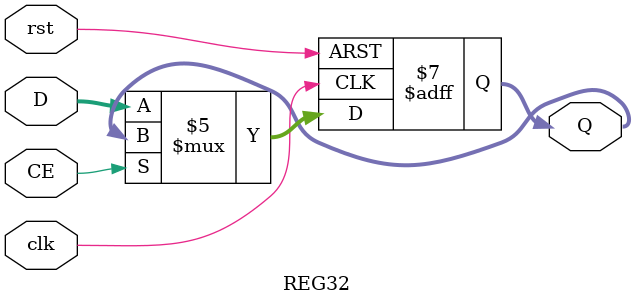
<source format=v>
`timescale 1ns / 1ps
module REG32(
input wire clk,
input wire rst,
input wire CE,

input wire[31:0] D,

output reg[31:0] Q
    );

always@(posedge clk or posedge rst) begin
	if(rst==1) begin 
		Q[31:0] <= 32'h0000_0000;
	end
	else begin
		if(CE==0) begin
			Q[31:0] <= D[31:0];
		end
		else begin
			Q[31:0] <= Q[31:0];
		end
	end
end

endmodule

</source>
